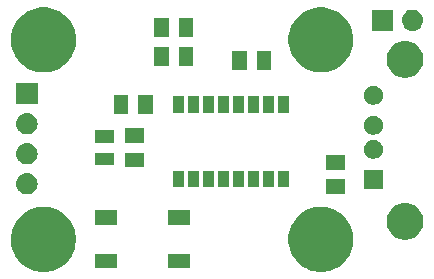
<source format=gbr>
G04 #@! TF.GenerationSoftware,KiCad,Pcbnew,5.1.0-unknown-ee14da3~82~ubuntu16.04.1*
G04 #@! TF.CreationDate,2019-04-08T19:12:28+02:00*
G04 #@! TF.ProjectId,UsbAmpel,55736241-6d70-4656-9c2e-6b696361645f,rev?*
G04 #@! TF.SameCoordinates,Original*
G04 #@! TF.FileFunction,Soldermask,Top*
G04 #@! TF.FilePolarity,Negative*
%FSLAX46Y46*%
G04 Gerber Fmt 4.6, Leading zero omitted, Abs format (unit mm)*
G04 Created by KiCad (PCBNEW 5.1.0-unknown-ee14da3~82~ubuntu16.04.1) date 2019-04-08 19:12:28*
%MOMM*%
%LPD*%
G04 APERTURE LIST*
%ADD10C,0.100000*%
G04 APERTURE END LIST*
D10*
G36*
X205006694Y-113506860D02*
G01*
X205272437Y-113559719D01*
X205773087Y-113767095D01*
X205953561Y-113887684D01*
X206223660Y-114068158D01*
X206606842Y-114451340D01*
X206787316Y-114721439D01*
X206907905Y-114901913D01*
X207115281Y-115402563D01*
X207168141Y-115668307D01*
X207221000Y-115934049D01*
X207221000Y-116475951D01*
X207185186Y-116656000D01*
X207115281Y-117007437D01*
X206907905Y-117508087D01*
X206851521Y-117592471D01*
X206606842Y-117958660D01*
X206223660Y-118341842D01*
X205960774Y-118517496D01*
X205773087Y-118642905D01*
X205272437Y-118850281D01*
X205006693Y-118903141D01*
X204740951Y-118956000D01*
X204199049Y-118956000D01*
X203933307Y-118903141D01*
X203667563Y-118850281D01*
X203166913Y-118642905D01*
X202979226Y-118517496D01*
X202716340Y-118341842D01*
X202333158Y-117958660D01*
X202088479Y-117592471D01*
X202032095Y-117508087D01*
X201824719Y-117007437D01*
X201754814Y-116656000D01*
X201719000Y-116475951D01*
X201719000Y-115934049D01*
X201771859Y-115668307D01*
X201824719Y-115402563D01*
X202032095Y-114901913D01*
X202152684Y-114721439D01*
X202333158Y-114451340D01*
X202716340Y-114068158D01*
X202986439Y-113887684D01*
X203166913Y-113767095D01*
X203667563Y-113559719D01*
X203933306Y-113506860D01*
X204199049Y-113454000D01*
X204740951Y-113454000D01*
X205006694Y-113506860D01*
X205006694Y-113506860D01*
G37*
G36*
X181511694Y-113506860D02*
G01*
X181777437Y-113559719D01*
X182278087Y-113767095D01*
X182458561Y-113887684D01*
X182728660Y-114068158D01*
X183111842Y-114451340D01*
X183292316Y-114721439D01*
X183412905Y-114901913D01*
X183620281Y-115402563D01*
X183673141Y-115668307D01*
X183726000Y-115934049D01*
X183726000Y-116475951D01*
X183690186Y-116656000D01*
X183620281Y-117007437D01*
X183412905Y-117508087D01*
X183356521Y-117592471D01*
X183111842Y-117958660D01*
X182728660Y-118341842D01*
X182465774Y-118517496D01*
X182278087Y-118642905D01*
X181777437Y-118850281D01*
X181511693Y-118903141D01*
X181245951Y-118956000D01*
X180704049Y-118956000D01*
X180438307Y-118903141D01*
X180172563Y-118850281D01*
X179671913Y-118642905D01*
X179484226Y-118517496D01*
X179221340Y-118341842D01*
X178838158Y-117958660D01*
X178593479Y-117592471D01*
X178537095Y-117508087D01*
X178329719Y-117007437D01*
X178259814Y-116656000D01*
X178224000Y-116475951D01*
X178224000Y-115934049D01*
X178276859Y-115668307D01*
X178329719Y-115402563D01*
X178537095Y-114901913D01*
X178657684Y-114721439D01*
X178838158Y-114451340D01*
X179221340Y-114068158D01*
X179491439Y-113887684D01*
X179671913Y-113767095D01*
X180172563Y-113559719D01*
X180438306Y-113506860D01*
X180704049Y-113454000D01*
X181245951Y-113454000D01*
X181511694Y-113506860D01*
X181511694Y-113506860D01*
G37*
G36*
X187208000Y-118656000D02*
G01*
X185306000Y-118656000D01*
X185306000Y-117454000D01*
X187208000Y-117454000D01*
X187208000Y-118656000D01*
X187208000Y-118656000D01*
G37*
G36*
X193408000Y-118656000D02*
G01*
X191506000Y-118656000D01*
X191506000Y-117454000D01*
X193408000Y-117454000D01*
X193408000Y-118656000D01*
X193408000Y-118656000D01*
G37*
G36*
X211887585Y-113163802D02*
G01*
X212037410Y-113193604D01*
X212319674Y-113310521D01*
X212573705Y-113480259D01*
X212789741Y-113696295D01*
X212959479Y-113950326D01*
X213076396Y-114232590D01*
X213136000Y-114532240D01*
X213136000Y-114837760D01*
X213076396Y-115137410D01*
X212959479Y-115419674D01*
X212789741Y-115673705D01*
X212573705Y-115889741D01*
X212319674Y-116059479D01*
X212037410Y-116176396D01*
X211887585Y-116206198D01*
X211737761Y-116236000D01*
X211432239Y-116236000D01*
X211282415Y-116206198D01*
X211132590Y-116176396D01*
X210850326Y-116059479D01*
X210596295Y-115889741D01*
X210380259Y-115673705D01*
X210210521Y-115419674D01*
X210093604Y-115137410D01*
X210034000Y-114837760D01*
X210034000Y-114532240D01*
X210093604Y-114232590D01*
X210210521Y-113950326D01*
X210380259Y-113696295D01*
X210596295Y-113480259D01*
X210850326Y-113310521D01*
X211132590Y-113193604D01*
X211282415Y-113163802D01*
X211432239Y-113134000D01*
X211737761Y-113134000D01*
X211887585Y-113163802D01*
X211887585Y-113163802D01*
G37*
G36*
X193408000Y-114956000D02*
G01*
X191506000Y-114956000D01*
X191506000Y-113754000D01*
X193408000Y-113754000D01*
X193408000Y-114956000D01*
X193408000Y-114956000D01*
G37*
G36*
X187208000Y-114956000D02*
G01*
X185306000Y-114956000D01*
X185306000Y-113754000D01*
X187208000Y-113754000D01*
X187208000Y-114956000D01*
X187208000Y-114956000D01*
G37*
G36*
X179688443Y-110611519D02*
G01*
X179754627Y-110618037D01*
X179924466Y-110669557D01*
X180080991Y-110753222D01*
X180116729Y-110782552D01*
X180218186Y-110865814D01*
X180301448Y-110967271D01*
X180330778Y-111003009D01*
X180414443Y-111159534D01*
X180465963Y-111329373D01*
X180483359Y-111506000D01*
X180465963Y-111682627D01*
X180414443Y-111852466D01*
X180330778Y-112008991D01*
X180301448Y-112044729D01*
X180218186Y-112146186D01*
X180116729Y-112229448D01*
X180080991Y-112258778D01*
X179924466Y-112342443D01*
X179754627Y-112393963D01*
X179688443Y-112400481D01*
X179622260Y-112407000D01*
X179533740Y-112407000D01*
X179467557Y-112400481D01*
X179401373Y-112393963D01*
X179231534Y-112342443D01*
X179075009Y-112258778D01*
X179039271Y-112229448D01*
X178937814Y-112146186D01*
X178854552Y-112044729D01*
X178825222Y-112008991D01*
X178741557Y-111852466D01*
X178690037Y-111682627D01*
X178672641Y-111506000D01*
X178690037Y-111329373D01*
X178741557Y-111159534D01*
X178825222Y-111003009D01*
X178854552Y-110967271D01*
X178937814Y-110865814D01*
X179039271Y-110782552D01*
X179075009Y-110753222D01*
X179231534Y-110669557D01*
X179401373Y-110618037D01*
X179467557Y-110611519D01*
X179533740Y-110605000D01*
X179622260Y-110605000D01*
X179688443Y-110611519D01*
X179688443Y-110611519D01*
G37*
G36*
X206541000Y-112383500D02*
G01*
X204939000Y-112383500D01*
X204939000Y-111136500D01*
X206541000Y-111136500D01*
X206541000Y-112383500D01*
X206541000Y-112383500D01*
G37*
G36*
X209716000Y-111926000D02*
G01*
X208114000Y-111926000D01*
X208114000Y-110324000D01*
X209716000Y-110324000D01*
X209716000Y-111926000D01*
X209716000Y-111926000D01*
G37*
G36*
X200471000Y-111801000D02*
G01*
X199569000Y-111801000D01*
X199569000Y-110399000D01*
X200471000Y-110399000D01*
X200471000Y-111801000D01*
X200471000Y-111801000D01*
G37*
G36*
X195391000Y-111801000D02*
G01*
X194489000Y-111801000D01*
X194489000Y-110399000D01*
X195391000Y-110399000D01*
X195391000Y-111801000D01*
X195391000Y-111801000D01*
G37*
G36*
X197941000Y-111801000D02*
G01*
X197039000Y-111801000D01*
X197039000Y-110399000D01*
X197941000Y-110399000D01*
X197941000Y-111801000D01*
X197941000Y-111801000D01*
G37*
G36*
X199211000Y-111801000D02*
G01*
X198309000Y-111801000D01*
X198309000Y-110399000D01*
X199211000Y-110399000D01*
X199211000Y-111801000D01*
X199211000Y-111801000D01*
G37*
G36*
X201751000Y-111801000D02*
G01*
X200849000Y-111801000D01*
X200849000Y-110399000D01*
X201751000Y-110399000D01*
X201751000Y-111801000D01*
X201751000Y-111801000D01*
G37*
G36*
X194131000Y-111801000D02*
G01*
X193229000Y-111801000D01*
X193229000Y-110399000D01*
X194131000Y-110399000D01*
X194131000Y-111801000D01*
X194131000Y-111801000D01*
G37*
G36*
X192851000Y-111801000D02*
G01*
X191949000Y-111801000D01*
X191949000Y-110399000D01*
X192851000Y-110399000D01*
X192851000Y-111801000D01*
X192851000Y-111801000D01*
G37*
G36*
X196661000Y-111801000D02*
G01*
X195759000Y-111801000D01*
X195759000Y-110399000D01*
X196661000Y-110399000D01*
X196661000Y-111801000D01*
X196661000Y-111801000D01*
G37*
G36*
X206541000Y-110298500D02*
G01*
X204939000Y-110298500D01*
X204939000Y-109051500D01*
X206541000Y-109051500D01*
X206541000Y-110298500D01*
X206541000Y-110298500D01*
G37*
G36*
X189523000Y-110124000D02*
G01*
X187921000Y-110124000D01*
X187921000Y-108877000D01*
X189523000Y-108877000D01*
X189523000Y-110124000D01*
X189523000Y-110124000D01*
G37*
G36*
X186983000Y-109949000D02*
G01*
X185381000Y-109949000D01*
X185381000Y-108877000D01*
X186983000Y-108877000D01*
X186983000Y-109949000D01*
X186983000Y-109949000D01*
G37*
G36*
X179688443Y-108071519D02*
G01*
X179754627Y-108078037D01*
X179924466Y-108129557D01*
X180080991Y-108213222D01*
X180116729Y-108242552D01*
X180218186Y-108325814D01*
X180301448Y-108427271D01*
X180330778Y-108463009D01*
X180414443Y-108619534D01*
X180465963Y-108789373D01*
X180483359Y-108966000D01*
X180465963Y-109142627D01*
X180414443Y-109312466D01*
X180330778Y-109468991D01*
X180301448Y-109504729D01*
X180218186Y-109606186D01*
X180116729Y-109689448D01*
X180080991Y-109718778D01*
X179924466Y-109802443D01*
X179754627Y-109853963D01*
X179688443Y-109860481D01*
X179622260Y-109867000D01*
X179533740Y-109867000D01*
X179467557Y-109860481D01*
X179401373Y-109853963D01*
X179231534Y-109802443D01*
X179075009Y-109718778D01*
X179039271Y-109689448D01*
X178937814Y-109606186D01*
X178854552Y-109504729D01*
X178825222Y-109468991D01*
X178741557Y-109312466D01*
X178690037Y-109142627D01*
X178672641Y-108966000D01*
X178690037Y-108789373D01*
X178741557Y-108619534D01*
X178825222Y-108463009D01*
X178854552Y-108427271D01*
X178937814Y-108325814D01*
X179039271Y-108242552D01*
X179075009Y-108213222D01*
X179231534Y-108129557D01*
X179401373Y-108078037D01*
X179467557Y-108071519D01*
X179533740Y-108065000D01*
X179622260Y-108065000D01*
X179688443Y-108071519D01*
X179688443Y-108071519D01*
G37*
G36*
X209148642Y-107814781D02*
G01*
X209294414Y-107875162D01*
X209294416Y-107875163D01*
X209425608Y-107962822D01*
X209537178Y-108074392D01*
X209574038Y-108129558D01*
X209624838Y-108205586D01*
X209685219Y-108351358D01*
X209716000Y-108506107D01*
X209716000Y-108663893D01*
X209685219Y-108818642D01*
X209661046Y-108877000D01*
X209624837Y-108964416D01*
X209537178Y-109095608D01*
X209425608Y-109207178D01*
X209294416Y-109294837D01*
X209294415Y-109294838D01*
X209294414Y-109294838D01*
X209148642Y-109355219D01*
X208993893Y-109386000D01*
X208836107Y-109386000D01*
X208681358Y-109355219D01*
X208535586Y-109294838D01*
X208535585Y-109294838D01*
X208535584Y-109294837D01*
X208404392Y-109207178D01*
X208292822Y-109095608D01*
X208205163Y-108964416D01*
X208168954Y-108877000D01*
X208144781Y-108818642D01*
X208114000Y-108663893D01*
X208114000Y-108506107D01*
X208144781Y-108351358D01*
X208205162Y-108205586D01*
X208255962Y-108129558D01*
X208292822Y-108074392D01*
X208404392Y-107962822D01*
X208535584Y-107875163D01*
X208535586Y-107875162D01*
X208681358Y-107814781D01*
X208836107Y-107784000D01*
X208993893Y-107784000D01*
X209148642Y-107814781D01*
X209148642Y-107814781D01*
G37*
G36*
X186983000Y-108039000D02*
G01*
X185381000Y-108039000D01*
X185381000Y-106967000D01*
X186983000Y-106967000D01*
X186983000Y-108039000D01*
X186983000Y-108039000D01*
G37*
G36*
X189523000Y-108039000D02*
G01*
X187921000Y-108039000D01*
X187921000Y-106792000D01*
X189523000Y-106792000D01*
X189523000Y-108039000D01*
X189523000Y-108039000D01*
G37*
G36*
X209148642Y-105784781D02*
G01*
X209294414Y-105845162D01*
X209294416Y-105845163D01*
X209425608Y-105932822D01*
X209537178Y-106044392D01*
X209624837Y-106175584D01*
X209624838Y-106175586D01*
X209685219Y-106321358D01*
X209716000Y-106476107D01*
X209716000Y-106633893D01*
X209685219Y-106788642D01*
X209627085Y-106928989D01*
X209624837Y-106934416D01*
X209537178Y-107065608D01*
X209425608Y-107177178D01*
X209294416Y-107264837D01*
X209294415Y-107264838D01*
X209294414Y-107264838D01*
X209148642Y-107325219D01*
X208993893Y-107356000D01*
X208836107Y-107356000D01*
X208681358Y-107325219D01*
X208535586Y-107264838D01*
X208535585Y-107264838D01*
X208535584Y-107264837D01*
X208404392Y-107177178D01*
X208292822Y-107065608D01*
X208205163Y-106934416D01*
X208202915Y-106928989D01*
X208144781Y-106788642D01*
X208114000Y-106633893D01*
X208114000Y-106476107D01*
X208144781Y-106321358D01*
X208205162Y-106175586D01*
X208205163Y-106175584D01*
X208292822Y-106044392D01*
X208404392Y-105932822D01*
X208535584Y-105845163D01*
X208535586Y-105845162D01*
X208681358Y-105784781D01*
X208836107Y-105754000D01*
X208993893Y-105754000D01*
X209148642Y-105784781D01*
X209148642Y-105784781D01*
G37*
G36*
X179688443Y-105531519D02*
G01*
X179754627Y-105538037D01*
X179924466Y-105589557D01*
X180080991Y-105673222D01*
X180116729Y-105702552D01*
X180218186Y-105785814D01*
X180301448Y-105887271D01*
X180330778Y-105923009D01*
X180414443Y-106079534D01*
X180465963Y-106249373D01*
X180483359Y-106426000D01*
X180465963Y-106602627D01*
X180414443Y-106772466D01*
X180330778Y-106928991D01*
X180301448Y-106964729D01*
X180218186Y-107066186D01*
X180116729Y-107149448D01*
X180080991Y-107178778D01*
X179924466Y-107262443D01*
X179754627Y-107313963D01*
X179688442Y-107320482D01*
X179622260Y-107327000D01*
X179533740Y-107327000D01*
X179467558Y-107320482D01*
X179401373Y-107313963D01*
X179231534Y-107262443D01*
X179075009Y-107178778D01*
X179039271Y-107149448D01*
X178937814Y-107066186D01*
X178854552Y-106964729D01*
X178825222Y-106928991D01*
X178741557Y-106772466D01*
X178690037Y-106602627D01*
X178672641Y-106426000D01*
X178690037Y-106249373D01*
X178741557Y-106079534D01*
X178825222Y-105923009D01*
X178854552Y-105887271D01*
X178937814Y-105785814D01*
X179039271Y-105702552D01*
X179075009Y-105673222D01*
X179231534Y-105589557D01*
X179401373Y-105538037D01*
X179467558Y-105531518D01*
X179533740Y-105525000D01*
X179622260Y-105525000D01*
X179688443Y-105531519D01*
X179688443Y-105531519D01*
G37*
G36*
X190261000Y-105576000D02*
G01*
X189014000Y-105576000D01*
X189014000Y-103974000D01*
X190261000Y-103974000D01*
X190261000Y-105576000D01*
X190261000Y-105576000D01*
G37*
G36*
X188176000Y-105576000D02*
G01*
X186929000Y-105576000D01*
X186929000Y-103974000D01*
X188176000Y-103974000D01*
X188176000Y-105576000D01*
X188176000Y-105576000D01*
G37*
G36*
X192851000Y-105501000D02*
G01*
X191949000Y-105501000D01*
X191949000Y-104099000D01*
X192851000Y-104099000D01*
X192851000Y-105501000D01*
X192851000Y-105501000D01*
G37*
G36*
X195391000Y-105501000D02*
G01*
X194489000Y-105501000D01*
X194489000Y-104099000D01*
X195391000Y-104099000D01*
X195391000Y-105501000D01*
X195391000Y-105501000D01*
G37*
G36*
X194131000Y-105501000D02*
G01*
X193229000Y-105501000D01*
X193229000Y-104099000D01*
X194131000Y-104099000D01*
X194131000Y-105501000D01*
X194131000Y-105501000D01*
G37*
G36*
X196661000Y-105501000D02*
G01*
X195759000Y-105501000D01*
X195759000Y-104099000D01*
X196661000Y-104099000D01*
X196661000Y-105501000D01*
X196661000Y-105501000D01*
G37*
G36*
X197941000Y-105501000D02*
G01*
X197039000Y-105501000D01*
X197039000Y-104099000D01*
X197941000Y-104099000D01*
X197941000Y-105501000D01*
X197941000Y-105501000D01*
G37*
G36*
X199211000Y-105501000D02*
G01*
X198309000Y-105501000D01*
X198309000Y-104099000D01*
X199211000Y-104099000D01*
X199211000Y-105501000D01*
X199211000Y-105501000D01*
G37*
G36*
X200471000Y-105501000D02*
G01*
X199569000Y-105501000D01*
X199569000Y-104099000D01*
X200471000Y-104099000D01*
X200471000Y-105501000D01*
X200471000Y-105501000D01*
G37*
G36*
X201751000Y-105501000D02*
G01*
X200849000Y-105501000D01*
X200849000Y-104099000D01*
X201751000Y-104099000D01*
X201751000Y-105501000D01*
X201751000Y-105501000D01*
G37*
G36*
X209148642Y-103244781D02*
G01*
X209294414Y-103305162D01*
X209294416Y-103305163D01*
X209425608Y-103392822D01*
X209537178Y-103504392D01*
X209624837Y-103635584D01*
X209624838Y-103635586D01*
X209685219Y-103781358D01*
X209716000Y-103936107D01*
X209716000Y-104093893D01*
X209685219Y-104248642D01*
X209624838Y-104394414D01*
X209624837Y-104394416D01*
X209537178Y-104525608D01*
X209425608Y-104637178D01*
X209294416Y-104724837D01*
X209294415Y-104724838D01*
X209294414Y-104724838D01*
X209148642Y-104785219D01*
X208993893Y-104816000D01*
X208836107Y-104816000D01*
X208681358Y-104785219D01*
X208535586Y-104724838D01*
X208535585Y-104724838D01*
X208535584Y-104724837D01*
X208404392Y-104637178D01*
X208292822Y-104525608D01*
X208205163Y-104394416D01*
X208205162Y-104394414D01*
X208144781Y-104248642D01*
X208114000Y-104093893D01*
X208114000Y-103936107D01*
X208144781Y-103781358D01*
X208205162Y-103635586D01*
X208205163Y-103635584D01*
X208292822Y-103504392D01*
X208404392Y-103392822D01*
X208535584Y-103305163D01*
X208535586Y-103305162D01*
X208681358Y-103244781D01*
X208836107Y-103214000D01*
X208993893Y-103214000D01*
X209148642Y-103244781D01*
X209148642Y-103244781D01*
G37*
G36*
X180479000Y-104787000D02*
G01*
X178677000Y-104787000D01*
X178677000Y-102985000D01*
X180479000Y-102985000D01*
X180479000Y-104787000D01*
X180479000Y-104787000D01*
G37*
G36*
X211887585Y-99443802D02*
G01*
X212037410Y-99473604D01*
X212319674Y-99590521D01*
X212573705Y-99760259D01*
X212789741Y-99976295D01*
X212959479Y-100230326D01*
X213076396Y-100512590D01*
X213097182Y-100617087D01*
X213136000Y-100812239D01*
X213136000Y-101117761D01*
X213120260Y-101196891D01*
X213076396Y-101417410D01*
X212959479Y-101699674D01*
X212789741Y-101953705D01*
X212573705Y-102169741D01*
X212319674Y-102339479D01*
X212037410Y-102456396D01*
X211887585Y-102486198D01*
X211737761Y-102516000D01*
X211432239Y-102516000D01*
X211282415Y-102486198D01*
X211132590Y-102456396D01*
X210850326Y-102339479D01*
X210596295Y-102169741D01*
X210380259Y-101953705D01*
X210210521Y-101699674D01*
X210093604Y-101417410D01*
X210049740Y-101196891D01*
X210034000Y-101117761D01*
X210034000Y-100812239D01*
X210072818Y-100617087D01*
X210093604Y-100512590D01*
X210210521Y-100230326D01*
X210380259Y-99976295D01*
X210596295Y-99760259D01*
X210850326Y-99590521D01*
X211132590Y-99473604D01*
X211282415Y-99443802D01*
X211432239Y-99414000D01*
X211737761Y-99414000D01*
X211887585Y-99443802D01*
X211887585Y-99443802D01*
G37*
G36*
X181511694Y-96615860D02*
G01*
X181777437Y-96668719D01*
X182278087Y-96876095D01*
X182458561Y-96996684D01*
X182728660Y-97177158D01*
X183111842Y-97560340D01*
X183292316Y-97830439D01*
X183412905Y-98010913D01*
X183620281Y-98511563D01*
X183620281Y-98511564D01*
X183726000Y-99043049D01*
X183726000Y-99584951D01*
X183691129Y-99760259D01*
X183620281Y-100116437D01*
X183412905Y-100617087D01*
X183356521Y-100701471D01*
X183111842Y-101067660D01*
X182728660Y-101450842D01*
X182465774Y-101626496D01*
X182278087Y-101751905D01*
X181777437Y-101959281D01*
X181511693Y-102012141D01*
X181245951Y-102065000D01*
X180704049Y-102065000D01*
X180438306Y-102012140D01*
X180172563Y-101959281D01*
X179671913Y-101751905D01*
X179484226Y-101626496D01*
X179221340Y-101450842D01*
X178838158Y-101067660D01*
X178593479Y-100701471D01*
X178537095Y-100617087D01*
X178329719Y-100116437D01*
X178258871Y-99760259D01*
X178224000Y-99584951D01*
X178224000Y-99043049D01*
X178329719Y-98511564D01*
X178329719Y-98511563D01*
X178537095Y-98010913D01*
X178657684Y-97830439D01*
X178838158Y-97560340D01*
X179221340Y-97177158D01*
X179491439Y-96996684D01*
X179671913Y-96876095D01*
X180172563Y-96668719D01*
X180438306Y-96615860D01*
X180704049Y-96563000D01*
X181245951Y-96563000D01*
X181511694Y-96615860D01*
X181511694Y-96615860D01*
G37*
G36*
X205006694Y-96615860D02*
G01*
X205272437Y-96668719D01*
X205773087Y-96876095D01*
X205953561Y-96996684D01*
X206223660Y-97177158D01*
X206606842Y-97560340D01*
X206787316Y-97830439D01*
X206907905Y-98010913D01*
X207115281Y-98511563D01*
X207115281Y-98511564D01*
X207221000Y-99043049D01*
X207221000Y-99584951D01*
X207186129Y-99760259D01*
X207115281Y-100116437D01*
X206907905Y-100617087D01*
X206851521Y-100701471D01*
X206606842Y-101067660D01*
X206223660Y-101450842D01*
X205960774Y-101626496D01*
X205773087Y-101751905D01*
X205272437Y-101959281D01*
X205006693Y-102012141D01*
X204740951Y-102065000D01*
X204199049Y-102065000D01*
X203933306Y-102012140D01*
X203667563Y-101959281D01*
X203166913Y-101751905D01*
X202979226Y-101626496D01*
X202716340Y-101450842D01*
X202333158Y-101067660D01*
X202088479Y-100701471D01*
X202032095Y-100617087D01*
X201824719Y-100116437D01*
X201753871Y-99760259D01*
X201719000Y-99584951D01*
X201719000Y-99043049D01*
X201824719Y-98511564D01*
X201824719Y-98511563D01*
X202032095Y-98010913D01*
X202152684Y-97830439D01*
X202333158Y-97560340D01*
X202716340Y-97177158D01*
X202986439Y-96996684D01*
X203166913Y-96876095D01*
X203667563Y-96668719D01*
X203933306Y-96615860D01*
X204199049Y-96563000D01*
X204740951Y-96563000D01*
X205006694Y-96615860D01*
X205006694Y-96615860D01*
G37*
G36*
X200267500Y-101893000D02*
G01*
X199020500Y-101893000D01*
X199020500Y-100291000D01*
X200267500Y-100291000D01*
X200267500Y-101893000D01*
X200267500Y-101893000D01*
G37*
G36*
X198182500Y-101893000D02*
G01*
X196935500Y-101893000D01*
X196935500Y-100291000D01*
X198182500Y-100291000D01*
X198182500Y-101893000D01*
X198182500Y-101893000D01*
G37*
G36*
X191578500Y-101512000D02*
G01*
X190331500Y-101512000D01*
X190331500Y-99910000D01*
X191578500Y-99910000D01*
X191578500Y-101512000D01*
X191578500Y-101512000D01*
G37*
G36*
X193663500Y-101512000D02*
G01*
X192416500Y-101512000D01*
X192416500Y-99910000D01*
X193663500Y-99910000D01*
X193663500Y-101512000D01*
X193663500Y-101512000D01*
G37*
G36*
X191578500Y-99099000D02*
G01*
X190331500Y-99099000D01*
X190331500Y-97497000D01*
X191578500Y-97497000D01*
X191578500Y-99099000D01*
X191578500Y-99099000D01*
G37*
G36*
X193663500Y-99099000D02*
G01*
X192416500Y-99099000D01*
X192416500Y-97497000D01*
X193663500Y-97497000D01*
X193663500Y-99099000D01*
X193663500Y-99099000D01*
G37*
G36*
X210578000Y-98564000D02*
G01*
X208776000Y-98564000D01*
X208776000Y-96762000D01*
X210578000Y-96762000D01*
X210578000Y-98564000D01*
X210578000Y-98564000D01*
G37*
G36*
X212327442Y-96768518D02*
G01*
X212393627Y-96775037D01*
X212563466Y-96826557D01*
X212719991Y-96910222D01*
X212754674Y-96938686D01*
X212857186Y-97022814D01*
X212940448Y-97124271D01*
X212969778Y-97160009D01*
X213053443Y-97316534D01*
X213104963Y-97486373D01*
X213122359Y-97663000D01*
X213104963Y-97839627D01*
X213053443Y-98009466D01*
X212969778Y-98165991D01*
X212940448Y-98201729D01*
X212857186Y-98303186D01*
X212755729Y-98386448D01*
X212719991Y-98415778D01*
X212563466Y-98499443D01*
X212393627Y-98550963D01*
X212327442Y-98557482D01*
X212261260Y-98564000D01*
X212172740Y-98564000D01*
X212106558Y-98557482D01*
X212040373Y-98550963D01*
X211870534Y-98499443D01*
X211714009Y-98415778D01*
X211678271Y-98386448D01*
X211576814Y-98303186D01*
X211493552Y-98201729D01*
X211464222Y-98165991D01*
X211380557Y-98009466D01*
X211329037Y-97839627D01*
X211311641Y-97663000D01*
X211329037Y-97486373D01*
X211380557Y-97316534D01*
X211464222Y-97160009D01*
X211493552Y-97124271D01*
X211576814Y-97022814D01*
X211679326Y-96938686D01*
X211714009Y-96910222D01*
X211870534Y-96826557D01*
X212040373Y-96775037D01*
X212106558Y-96768518D01*
X212172740Y-96762000D01*
X212261260Y-96762000D01*
X212327442Y-96768518D01*
X212327442Y-96768518D01*
G37*
M02*

</source>
